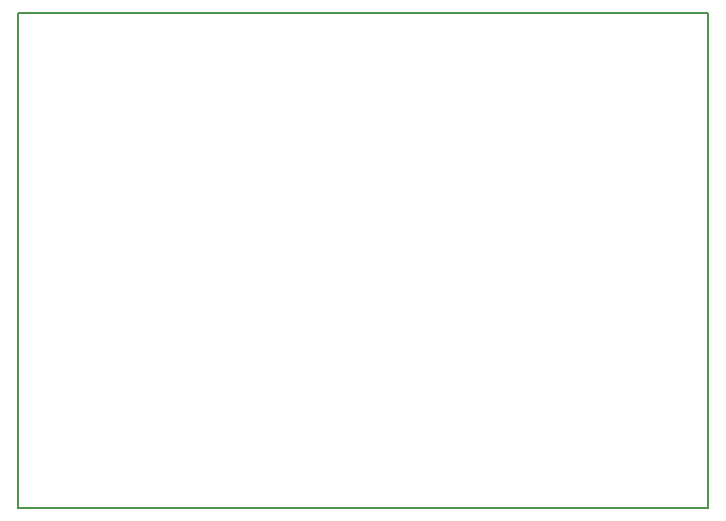
<source format=gm1>
G04 #@! TF.FileFunction,Profile,NP*
%FSLAX46Y46*%
G04 Gerber Fmt 4.6, Leading zero omitted, Abs format (unit mm)*
G04 Created by KiCad (PCBNEW 4.0.1-stable) date 2016 September 03, Saturday 14:10:29*
%MOMM*%
G01*
G04 APERTURE LIST*
%ADD10C,0.100000*%
%ADD11C,0.150000*%
G04 APERTURE END LIST*
D10*
D11*
X167640000Y-127000000D02*
X167640000Y-85090000D01*
X109220000Y-127000000D02*
X167640000Y-127000000D01*
X109220000Y-85090000D02*
X109220000Y-127000000D01*
X167640000Y-85090000D02*
X109220000Y-85090000D01*
M02*

</source>
